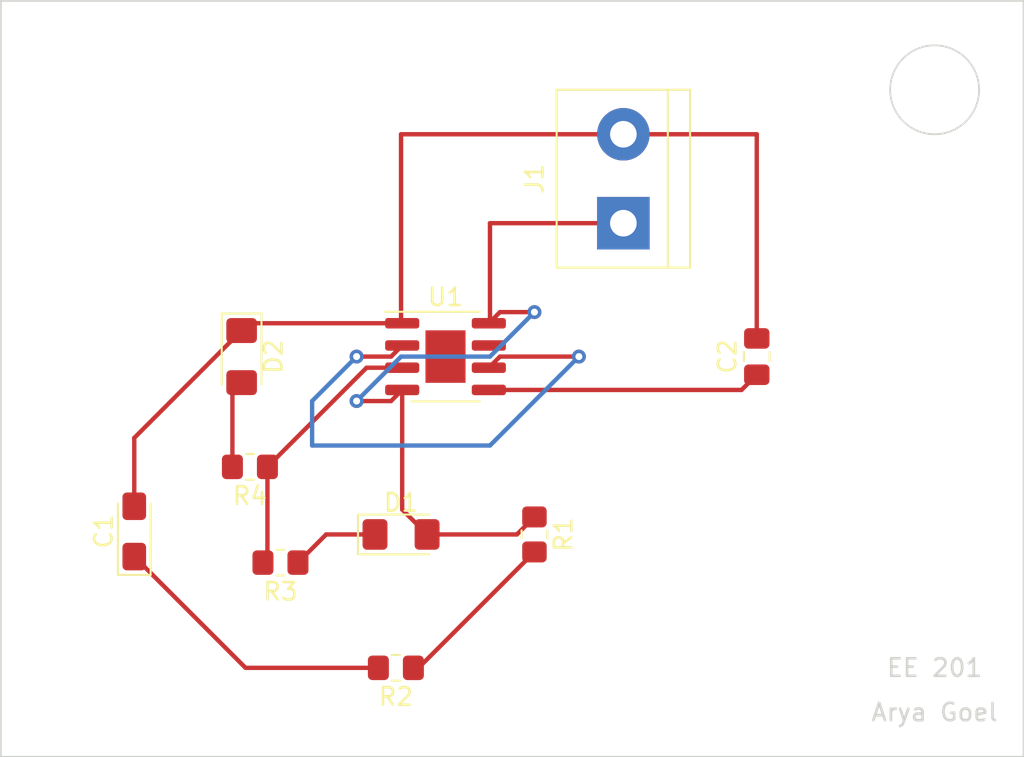
<source format=kicad_pcb>
(kicad_pcb (version 20211014) (generator pcbnew)
  (layers (0 "F.Cu" signal) (31 "B.Cu" signal) (34 "B.Paste" user) (35 "F.Paste" user) (36 "B.SilkS" user "B.Silkscreen") (37 "F.SilkS" user "F.Silkscreen") (38 "B.Mask" user) (39 "F.Mask" user) (44 "Edge.Cuts" user))
  (net 0 "")
  (net 1 "Net-(C1-Pad1)")
  (net 2 "GND")
  (net 3 "Net-(C2-Pad1)")
  (net 4 "Net-(D1-Pad1)")
  (net 5 "+9V")
  (net 6 "Net-(D2-Pad2)")
  (net 7 "Net-(R1-Pad2)")
  (net 8 "/pin_3")
  (net 9 "/pin_2")
  (net 10 "/pin_7")
  (footprint "Capacitor_SMD:C_0805_2012Metric_Pad1.18x1.45mm_HandSolder" (layer "F.Cu") (at 167.64 99.06 90)
    (fp_text reference "C2" (at 0 -1.68 90) (layer "F.SilkS"))
    (fp_text value "0.01 mu F")
    (fp_line (start -0.261252 -0.735) (end 0.261252 -0.735) (layer "F.SilkS") (width 0.12))
    (fp_line (start -0.261252 0.735) (end 0.261252 0.735) (layer "F.SilkS") (width 0.12))
    (pad "1" smd roundrect (at -1.0375 0 90) (size 1.175 1.45) (layers "F.Cu" "F.Paste" "F.Mask") (roundrect_rratio 0.212766) (net 3 "Net-(C2-Pad1)"))
    (pad "2" smd roundrect (at 1.0375 0 90) (size 1.175 1.45) (layers "F.Cu" "F.Paste" "F.Mask") (roundrect_rratio 0.212766) (net 2 "GND"))
  )
  (footprint "Resistor_SMD:R_0805_2012Metric_Pad1.20x1.40mm_HandSolder" (layer "F.Cu") (at 147.025 116.84 180)
    (fp_text reference "R2" (at 0 -1.65) (layer "F.SilkS"))
    (fp_text value "10K")
    (fp_line (start -0.227064 0.735) (end 0.227064 0.735) (layer "F.SilkS") (width 0.12))
    (fp_line (start -0.227064 -0.735) (end 0.227064 -0.735) (layer "F.SilkS") (width 0.12))
    (pad "1" smd roundrect (at -1 0 180) (size 1.2 1.4) (layers "F.Cu" "F.Paste" "F.Mask") (roundrect_rratio 0.208333) (net 7 "Net-(R1-Pad2)"))
    (pad "2" smd roundrect (at 1 0 180) (size 1.2 1.4) (layers "F.Cu" "F.Paste" "F.Mask") (roundrect_rratio 0.208333) (net 1 "Net-(C1-Pad1)"))
  )
  (footprint "Capacitor_Tantalum_SMD:CP_EIA-3216-18_Kemet-A_Pad1.58x1.35mm_HandSolder" (layer "F.Cu") (at 132.08 109.0475 90)
    (fp_text reference "C1" (at 0 -1.75 90) (layer "F.SilkS"))
    (fp_text value "10 mu F")
    (fp_line (start 1.6 -0.935) (end -2.485 -0.935) (layer "F.SilkS") (width 0.12))
    (fp_line (start -2.485 -0.935) (end -2.485 0.935) (layer "F.SilkS") (width 0.12))
    (fp_line (start -2.485 0.935) (end 1.6 0.935) (layer "F.SilkS") (width 0.12))
    (pad "1" smd roundrect (at -1.4375 0 90) (size 1.575 1.35) (layers "F.Cu" "F.Paste" "F.Mask") (roundrect_rratio 0.185185) (net 1 "Net-(C1-Pad1)"))
    (pad "2" smd roundrect (at 1.4375 0 90) (size 1.575 1.35) (layers "F.Cu" "F.Paste" "F.Mask") (roundrect_rratio 0.185185) (net 2 "GND"))
  )
  (footprint "Resistor_SMD:R_0805_2012Metric_Pad1.20x1.40mm_HandSolder" (layer "F.Cu") (at 154.94 109.22 -90)
    (fp_text reference "R1" (at 0 -1.65 90) (layer "F.SilkS"))
    (fp_text value "1K")
    (fp_line (start -0.227064 0.735) (end 0.227064 0.735) (layer "F.SilkS") (width 0.12))
    (fp_line (start -0.227064 -0.735) (end 0.227064 -0.735) (layer "F.SilkS") (width 0.12))
    (pad "1" smd roundrect (at -1 0 270) (size 1.2 1.4) (layers "F.Cu" "F.Paste" "F.Mask") (roundrect_rratio 0.208333) (net 5 "+9V"))
    (pad "2" smd roundrect (at 1 0 270) (size 1.2 1.4) (layers "F.Cu" "F.Paste" "F.Mask") (roundrect_rratio 0.208333) (net 7 "Net-(R1-Pad2)"))
  )
  (footprint "Resistor_SMD:R_0805_2012Metric_Pad1.20x1.40mm_HandSolder" (layer "F.Cu") (at 140.431192 110.83 180)
    (fp_text reference "R3" (at 0 -1.65) (layer "F.SilkS"))
    (fp_text value "1K")
    (fp_line (start -0.227064 0.735) (end 0.227064 0.735) (layer "F.SilkS") (width 0.12))
    (fp_line (start -0.227064 -0.735) (end 0.227064 -0.735) (layer "F.SilkS") (width 0.12))
    (pad "1" smd roundrect (at -1 0 180) (size 1.2 1.4) (layers "F.Cu" "F.Paste" "F.Mask") (roundrect_rratio 0.208333) (net 4 "Net-(D1-Pad1)"))
    (pad "2" smd roundrect (at 1 0 180) (size 1.2 1.4) (layers "F.Cu" "F.Paste" "F.Mask") (roundrect_rratio 0.208333) (net 8 "/pin_3"))
  )
  (footprint "LED_SMD:LED_1206_3216Metric_Pad1.42x1.75mm_HandSolder" (layer "F.Cu") (at 138.2125 99.06 -90)
    (fp_text reference "D2" (at 0 -1.82 90) (layer "F.SilkS"))
    (fp_text value "LED")
    (fp_line (start -2.46 1.135) (end 1.6 1.135) (layer "F.SilkS") (width 0.12))
    (fp_line (start 1.6 -1.135) (end -2.46 -1.135) (layer "F.SilkS") (width 0.12))
    (fp_line (start -2.46 -1.135) (end -2.46 1.135) (layer "F.SilkS") (width 0.12))
    (pad "1" smd roundrect (at -1.4875 0 270) (size 1.425 1.75) (layers "F.Cu" "F.Paste" "F.Mask") (roundrect_rratio 0.175439) (net 2 "GND"))
    (pad "2" smd roundrect (at 1.4875 0 270) (size 1.425 1.75) (layers "F.Cu" "F.Paste" "F.Mask") (roundrect_rratio 0.175439) (net 6 "Net-(D2-Pad2)"))
  )
  (footprint "LED_SMD:LED_1206_3216Metric_Pad1.42x1.75mm_HandSolder" (layer "F.Cu") (at 147.32 109.22)
    (fp_text reference "D1" (at 0 -1.82) (layer "F.SilkS"))
    (fp_text value "LED")
    (fp_line (start -2.46 -1.135) (end -2.46 1.135) (layer "F.SilkS") (width 0.12))
    (fp_line (start -2.46 1.135) (end 1.6 1.135) (layer "F.SilkS") (width 0.12))
    (fp_line (start 1.6 -1.135) (end -2.46 -1.135) (layer "F.SilkS") (width 0.12))
    (pad "1" smd roundrect (at -1.4875 0) (size 1.425 1.75) (layers "F.Cu" "F.Paste" "F.Mask") (roundrect_rratio 0.175439) (net 4 "Net-(D1-Pad1)"))
    (pad "2" smd roundrect (at 1.4875 0) (size 1.425 1.75) (layers "F.Cu" "F.Paste" "F.Mask") (roundrect_rratio 0.175439) (net 5 "+9V"))
  )
  (footprint "TerminalBlock:TerminalBlock_bornier-2_P5.08mm" (layer "F.Cu") (at 160.02 91.44 90)
    (fp_text reference "J1" (at 2.54 -5.08 90) (layer "F.SilkS"))
    (fp_text value " ")
    (fp_line (start 7.62 2.54) (end -2.54 2.54) (layer "F.SilkS") (width 0.12))
    (fp_line (start -2.54 3.81) (end 7.62 3.81) (layer "F.SilkS") (width 0.12))
    (fp_line (start 7.62 -3.81) (end -2.54 -3.81) (layer "F.SilkS") (width 0.12))
    (fp_line (start 7.62 3.81) (end 7.62 -3.81) (layer "F.SilkS") (width 0.12))
    (fp_line (start -2.54 -3.81) (end -2.54 3.81) (layer "F.SilkS") (width 0.12))
    (pad "1" thru_hole rect (at 0 0 90) (size 3 3) (drill 1.52) (layers *.Cu *.Mask) (net 5 "+9V"))
    (pad "2" thru_hole circle (at 5.08 0 90) (size 3 3) (drill 1.52) (layers *.Cu *.Mask) (net 2 "GND"))
  )
  (footprint "Resistor_SMD:R_0805_2012Metric_Pad1.20x1.40mm_HandSolder" (layer "F.Cu") (at 138.687064 105.36 180)
    (fp_text reference "R4" (at 0 -1.65) (layer "F.SilkS"))
    (fp_text value "1K")
    (fp_line (start -0.227064 0.735) (end 0.227064 0.735) (layer "F.SilkS") (width 0.12))
    (fp_line (start -0.227064 -0.735) (end 0.227064 -0.735) (layer "F.SilkS") (width 0.12))
    (pad "1" smd roundrect (at -1 0 180) (size 1.2 1.4) (layers "F.Cu" "F.Paste" "F.Mask") (roundrect_rratio 0.208333) (net 8 "/pin_3"))
    (pad "2" smd roundrect (at 1 0 180) (size 1.2 1.4) (layers "F.Cu" "F.Paste" "F.Mask") (roundrect_rratio 0.208333) (net 6 "Net-(D2-Pad2)"))
  )
  (footprint "Package_SO:SOIC-8-1EP_3.9x4.9mm_P1.27mm_EP2.29x3mm" (layer "F.Cu") (at 149.86 99.06)
    (fp_text reference "U1" (at 0 -3.4) (layer "F.SilkS"))
    (fp_text value "NE555D")
    (fp_line (start 0 -2.56) (end 1.95 -2.56) (layer "F.SilkS") (width 0.12))
    (fp_line (start 0 2.56) (end 1.95 2.56) (layer "F.SilkS") (width 0.12))
    (fp_line (start 0 -2.56) (end -3.45 -2.56) (layer "F.SilkS") (width 0.12))
    (fp_line (start 0 2.56) (end -1.95 2.56) (layer "F.SilkS") (width 0.12))
    (pad "1" smd roundrect (at -2.475 -1.905) (size 1.95 0.6) (layers "F.Cu" "F.Paste" "F.Mask") (net 2 "GND"))
    (pad "2" smd roundrect (at -2.475 -0.635) (size 1.95 0.6) (layers "F.Cu" "F.Paste" "F.Mask") (net 9 "/pin_2"))
    (pad "3" smd roundrect (at -2.475 0.635) (size 1.95 0.6) (layers "F.Cu" "F.Paste" "F.Mask") (net 8 "/pin_3"))
    (pad "4" smd roundrect (at -2.475 1.905) (size 1.95 0.6) (layers "F.Cu" "F.Paste" "F.Mask") (net 5 "+9V"))
    (pad "5" smd roundrect (at 2.475 1.905) (size 1.95 0.6) (layers "F.Cu" "F.Paste" "F.Mask") (net 3 "Net-(C2-Pad1)"))
    (pad "6" smd roundrect (at 2.475 0.635) (size 1.95 0.6) (layers "F.Cu" "F.Paste" "F.Mask") (net 9 "/pin_2"))
    (pad "7" smd roundrect (at 2.475 -0.635) (size 1.95 0.6) (layers "F.Cu" "F.Paste" "F.Mask") (net 10 "/pin_7"))
    (pad "8" smd roundrect (at 2.475 -1.905) (size 1.95 0.6) (layers "F.Cu" "F.Paste" "F.Mask") (net 5 "+9V"))
    (pad "9" smd rect (at 0 0) (size 2.29 3) (layers "F.Cu" "F.Mask"))
  )
  (gr_rect (start 124.46 78.74) (end 182.88 121.92) (layer "Edge.Cuts") (width 0.1) (fill none))
  (gr_circle (center 177.8 83.82) (end 180.34 83.82) (layer "Edge.Cuts") (width 0.1) (fill none))
  (gr_text "EE 201" (at 177.8 116.84) (layer "Edge.Cuts") (effects (font (size 1 1))))
  (gr_text "Arya Goel" (at 177.8 119.38) (layer "Edge.Cuts") (effects (font (size 1 1))))
  (segment (start 132.08 110.485) (end 138.435 116.84) (width 0.25) (layer "F.Cu") (net 1))
  (segment (start 138.435 116.84) (end 146.025 116.84) (width 0.25) (layer "F.Cu") (net 1))
  (segment (start 138.2125 97.5725) (end 132.08 103.705) (width 0.25) (layer "F.Cu") (net 2))
  (segment (start 147.385 97.155) (end 147.32 97.09) (width 0.25) (layer "F.Cu") (net 2))
  (segment (start 138.63 97.155) (end 147.385 97.155) (width 0.25) (layer "F.Cu") (net 2))
  (segment (start 138.2125 97.5725) (end 138.63 97.155) (width 0.25) (layer "F.Cu") (net 2))
  (segment (start 147.32 97.09) (end 147.32 86.36) (width 0.25) (layer "F.Cu") (net 2))
  (segment (start 160.02 86.36) (end 167.64 86.36) (width 0.25) (layer "F.Cu") (net 2))
  (segment (start 132.08 103.705) (end 132.08 107.61) (width 0.25) (layer "F.Cu") (net 2))
  (segment (start 147.32 86.36) (end 160.02 86.36) (width 0.25) (layer "F.Cu") (net 2))
  (segment (start 167.64 86.36) (end 167.64 98.0225) (width 0.25) (layer "F.Cu") (net 2))
  (segment (start 166.7725 100.965) (end 167.64 100.0975) (width 0.25) (layer "F.Cu") (net 3))
  (segment (start 152.335 100.965) (end 166.7725 100.965) (width 0.25) (layer "F.Cu") (net 3))
  (segment (start 143.041192 109.22) (end 145.2325 109.22) (width 0.25) (layer "F.Cu") (net 4))
  (segment (start 141.431192 110.83) (end 143.041192 109.22) (width 0.25) (layer "F.Cu") (net 4))
  (segment (start 152.4 97.09) (end 152.335 97.155) (width 0.25) (layer "F.Cu") (net 5))
  (segment (start 152.97 96.52) (end 154.94 96.52) (width 0.25) (layer "F.Cu") (net 5))
  (segment (start 147.385 107.7975) (end 148.8075 109.22) (width 0.25) (layer "F.Cu") (net 5))
  (segment (start 147.385 100.965) (end 147.385 107.7975) (width 0.25) (layer "F.Cu") (net 5))
  (segment (start 154.94 108.22) (end 153.94 109.22) (width 0.25) (layer "F.Cu") (net 5))
  (segment (start 146.75 101.6) (end 147.385 100.965) (width 0.25) (layer "F.Cu") (net 5))
  (segment (start 144.78 101.6) (end 146.75 101.6) (width 0.25) (layer "F.Cu") (net 5))
  (segment (start 152.4 91.44) (end 152.4 97.09) (width 0.25) (layer "F.Cu") (net 5))
  (segment (start 160.02 91.44) (end 152.4 91.44) (width 0.25) (layer "F.Cu") (net 5))
  (segment (start 152.335 97.155) (end 152.97 96.52) (width 0.25) (layer "F.Cu") (net 5))
  (segment (start 153.94 109.22) (end 148.8075 109.22) (width 0.25) (layer "F.Cu") (net 5))
  (via (at 154.94 96.52) (size 0.8) (drill 0.4) (layers "F.Cu" "B.Cu") (net 5))
  (via (at 144.78 101.6) (size 0.8) (drill 0.4) (layers "F.Cu" "B.Cu") (net 5))
  (segment (start 147.32 99.06) (end 144.78 101.6) (width 0.25) (layer "B.Cu") (net 5))
  (segment (start 152.4 99.06) (end 147.32 99.06) (width 0.25) (layer "B.Cu") (net 5))
  (segment (start 154.94 96.52) (end 152.4 99.06) (width 0.25) (layer "B.Cu") (net 5))
  (segment (start 138.2125 100.5475) (end 137.687064 101.072936) (width 0.25) (layer "F.Cu") (net 6))
  (segment (start 137.687064 101.072936) (end 137.687064 105.36) (width 0.25) (layer "F.Cu") (net 6))
  (segment (start 148.025 116.84) (end 148.32 116.84) (width 0.25) (layer "F.Cu") (net 7))
  (segment (start 148.32 116.84) (end 154.94 110.22) (width 0.25) (layer "F.Cu") (net 7))
  (segment (start 145.352064 99.695) (end 147.385 99.695) (width 0.25) (layer "F.Cu") (net 8))
  (segment (start 139.687064 105.36) (end 145.352064 99.695) (width 0.25) (layer "F.Cu") (net 8))
  (segment (start 139.687064 105.36) (end 139.687064 110.574128) (width 0.25) (layer "F.Cu") (net 8))
  (segment (start 139.687064 110.574128) (end 139.431192 110.83) (width 0.25) (layer "F.Cu") (net 8))
  (segment (start 146.75 99.06) (end 144.78 99.06) (width 0.25) (layer "F.Cu") (net 9))
  (segment (start 152.97 99.06) (end 157.48 99.06) (width 0.25) (layer "F.Cu") (net 9))
  (segment (start 147.385 98.425) (end 146.75 99.06) (width 0.25) (layer "F.Cu") (net 9))
  (segment (start 152.335 99.695) (end 152.97 99.06) (width 0.25) (layer "F.Cu") (net 9))
  (via (at 157.48 99.06) (size 0.8) (drill 0.4) (layers "F.Cu" "B.Cu") (net 9))
  (via (at 144.78 99.06) (size 0.8) (drill 0.4) (layers "F.Cu" "B.Cu") (net 9))
  (segment (start 142.24 104.14) (end 142.24 101.6) (width 0.25) (layer "B.Cu") (net 9))
  (segment (start 152.4 104.14) (end 142.24 104.14) (width 0.25) (layer "B.Cu") (net 9))
  (segment (start 157.48 99.06) (end 152.4 104.14) (width 0.25) (layer "B.Cu") (net 9))
  (segment (start 142.24 101.6) (end 144.78 99.06) (width 0.25) (layer "B.Cu") (net 9))
)
</source>
